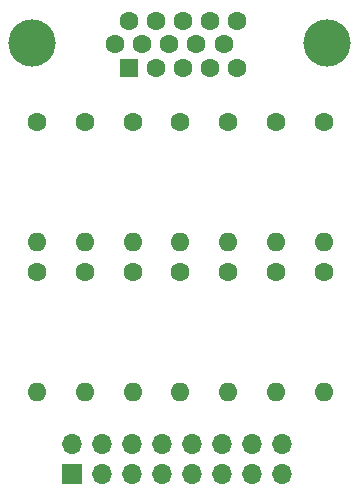
<source format=gbr>
%TF.GenerationSoftware,KiCad,Pcbnew,7.0.1*%
%TF.CreationDate,2023-04-24T00:51:31-07:00*%
%TF.ProjectId,TN9K_VGA,544e394b-5f56-4474-912e-6b696361645f,rev?*%
%TF.SameCoordinates,Original*%
%TF.FileFunction,Soldermask,Bot*%
%TF.FilePolarity,Negative*%
%FSLAX46Y46*%
G04 Gerber Fmt 4.6, Leading zero omitted, Abs format (unit mm)*
G04 Created by KiCad (PCBNEW 7.0.1) date 2023-04-24 00:51:31*
%MOMM*%
%LPD*%
G01*
G04 APERTURE LIST*
%ADD10C,1.600000*%
%ADD11O,1.600000X1.600000*%
%ADD12C,4.000000*%
%ADD13R,1.600000X1.600000*%
%ADD14R,1.700000X1.700000*%
%ADD15O,1.700000X1.700000*%
G04 APERTURE END LIST*
D10*
%TO.C,R14*%
X180975000Y-69215000D03*
D11*
X180975000Y-79375000D03*
%TD*%
D10*
%TO.C,R8*%
X156675000Y-69215000D03*
D11*
X156675000Y-79375000D03*
%TD*%
D10*
%TO.C,R13*%
X176925000Y-69215000D03*
D11*
X176925000Y-79375000D03*
%TD*%
D10*
%TO.C,R1*%
X156675000Y-56515000D03*
D11*
X156675000Y-66675000D03*
%TD*%
D12*
%TO.C,J2*%
X181272000Y-49893000D03*
X156272000Y-49893000D03*
D13*
X164457000Y-51943000D03*
D10*
X166747000Y-51943000D03*
X169037000Y-51943000D03*
X171327000Y-51943000D03*
X173617000Y-51943000D03*
X163312000Y-49963000D03*
X165602000Y-49963000D03*
X167892000Y-49963000D03*
X170182000Y-49963000D03*
X172472000Y-49963000D03*
X164457000Y-47983000D03*
X166747000Y-47983000D03*
X169037000Y-47983000D03*
X171327000Y-47983000D03*
X173617000Y-47983000D03*
%TD*%
%TO.C,R4*%
X168825000Y-56515000D03*
D11*
X168825000Y-66675000D03*
%TD*%
D10*
%TO.C,R10*%
X164775000Y-69215000D03*
D11*
X164775000Y-79375000D03*
%TD*%
D10*
%TO.C,R7*%
X180975000Y-56515000D03*
D11*
X180975000Y-66675000D03*
%TD*%
D10*
%TO.C,R11*%
X168825000Y-69215000D03*
D11*
X168825000Y-79375000D03*
%TD*%
D10*
%TO.C,R3*%
X164775000Y-56515000D03*
D11*
X164775000Y-66675000D03*
%TD*%
D14*
%TO.C,J1*%
X159639000Y-86360000D03*
D15*
X159639000Y-83820000D03*
X162179000Y-86360000D03*
X162179000Y-83820000D03*
X164719000Y-86360000D03*
X164719000Y-83820000D03*
X167259000Y-86360000D03*
X167259000Y-83820000D03*
X169799000Y-86360000D03*
X169799000Y-83820000D03*
X172339000Y-86360000D03*
X172339000Y-83820000D03*
X174879000Y-86360000D03*
X174879000Y-83820000D03*
X177419000Y-86360000D03*
X177419000Y-83820000D03*
%TD*%
D10*
%TO.C,R9*%
X160725000Y-69215000D03*
D11*
X160725000Y-79375000D03*
%TD*%
D10*
%TO.C,R5*%
X172875000Y-56515000D03*
D11*
X172875000Y-66675000D03*
%TD*%
D10*
%TO.C,R6*%
X176925000Y-56515000D03*
D11*
X176925000Y-66675000D03*
%TD*%
D10*
%TO.C,R2*%
X160725000Y-56515000D03*
D11*
X160725000Y-66675000D03*
%TD*%
D10*
%TO.C,R12*%
X172875000Y-69215000D03*
D11*
X172875000Y-79375000D03*
%TD*%
M02*

</source>
